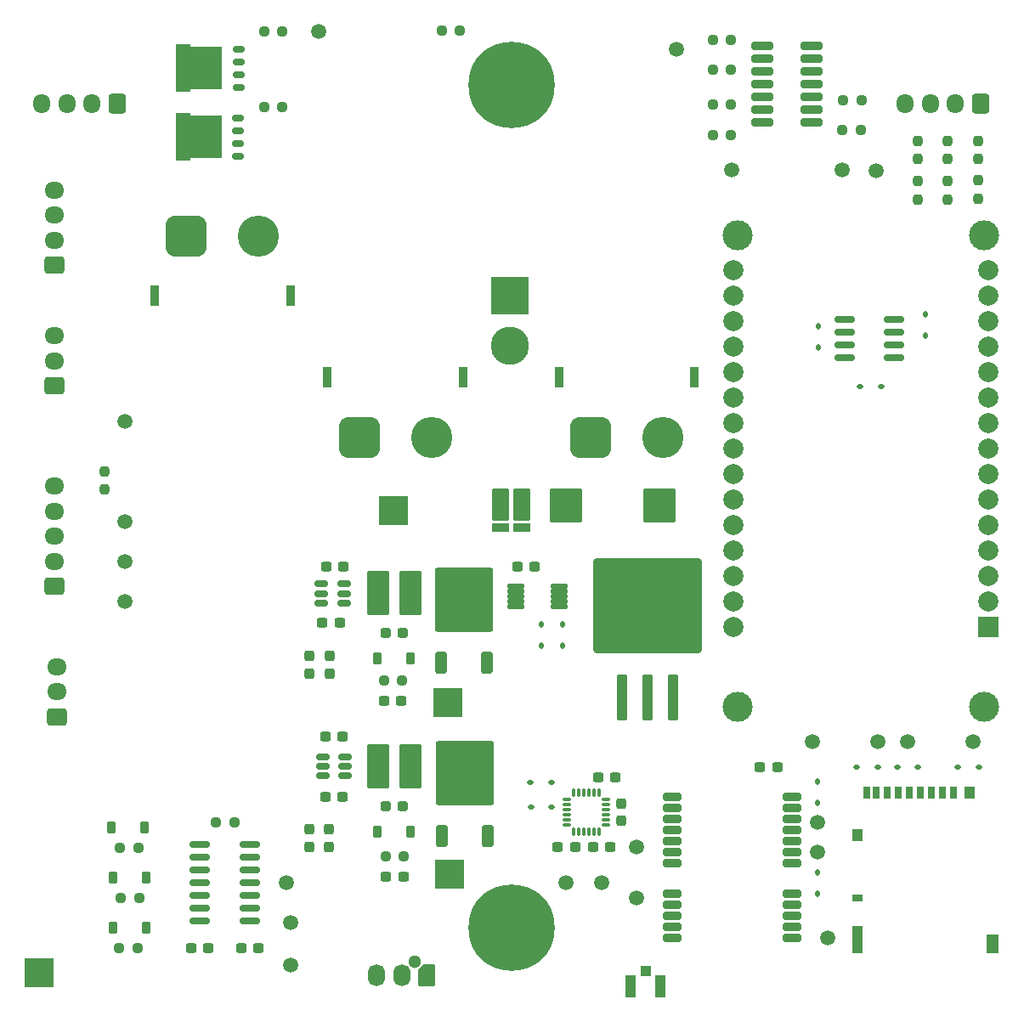
<source format=gts>
G04 #@! TF.GenerationSoftware,KiCad,Pcbnew,7.0.6*
G04 #@! TF.CreationDate,2023-12-08T17:53:02-05:00*
G04 #@! TF.ProjectId,LED_Snowboard_V4,4c45445f-536e-46f7-9762-6f6172645f56,rev?*
G04 #@! TF.SameCoordinates,Original*
G04 #@! TF.FileFunction,Soldermask,Top*
G04 #@! TF.FilePolarity,Negative*
%FSLAX46Y46*%
G04 Gerber Fmt 4.6, Leading zero omitted, Abs format (unit mm)*
G04 Created by KiCad (PCBNEW 7.0.6) date 2023-12-08 17:53:02*
%MOMM*%
%LPD*%
G01*
G04 APERTURE LIST*
G04 Aperture macros list*
%AMRoundRect*
0 Rectangle with rounded corners*
0 $1 Rounding radius*
0 $2 $3 $4 $5 $6 $7 $8 $9 X,Y pos of 4 corners*
0 Add a 4 corners polygon primitive as box body*
4,1,4,$2,$3,$4,$5,$6,$7,$8,$9,$2,$3,0*
0 Add four circle primitives for the rounded corners*
1,1,$1+$1,$2,$3*
1,1,$1+$1,$4,$5*
1,1,$1+$1,$6,$7*
1,1,$1+$1,$8,$9*
0 Add four rect primitives between the rounded corners*
20,1,$1+$1,$2,$3,$4,$5,0*
20,1,$1+$1,$4,$5,$6,$7,0*
20,1,$1+$1,$6,$7,$8,$9,0*
20,1,$1+$1,$8,$9,$2,$3,0*%
%AMFreePoly0*
4,1,9,2.100000,-2.000000,2.350000,-2.000000,2.350000,-3.500000,-2.350000,-3.500000,-2.350000,-2.000000,-2.100000,-2.000000,-2.100000,1.100000,2.100000,1.100000,2.100000,-2.000000,2.100000,-2.000000,$1*%
%AMFreePoly1*
4,1,22,0.945671,0.830970,1.026777,0.776777,1.080970,0.695671,1.100000,0.600000,1.100000,-0.600000,1.080970,-0.695671,1.026777,-0.776777,0.945671,-0.830970,0.850000,-0.850000,-0.450000,-0.850000,-0.545671,-0.830970,-0.626777,-0.776777,-1.026777,-0.376777,-1.080970,-0.295671,-1.100000,-0.200000,-1.100000,0.600000,-1.080970,0.695671,-1.026777,0.776777,-0.945671,0.830970,-0.850000,0.850000,
0.850000,0.850000,0.945671,0.830970,0.945671,0.830970,$1*%
G04 Aperture macros list end*
%ADD10RoundRect,0.237500X0.237500X-0.250000X0.237500X0.250000X-0.237500X0.250000X-0.237500X-0.250000X0*%
%ADD11RoundRect,0.237500X0.300000X0.237500X-0.300000X0.237500X-0.300000X-0.237500X0.300000X-0.237500X0*%
%ADD12R,3.800000X3.800000*%
%ADD13C,3.800000*%
%ADD14RoundRect,0.237500X0.250000X0.237500X-0.250000X0.237500X-0.250000X-0.237500X0.250000X-0.237500X0*%
%ADD15C,1.500000*%
%ADD16RoundRect,0.237500X-0.300000X-0.237500X0.300000X-0.237500X0.300000X0.237500X-0.300000X0.237500X0*%
%ADD17RoundRect,0.225000X0.225000X0.375000X-0.225000X0.375000X-0.225000X-0.375000X0.225000X-0.375000X0*%
%ADD18RoundRect,0.250000X0.725000X-0.600000X0.725000X0.600000X-0.725000X0.600000X-0.725000X-0.600000X0*%
%ADD19O,1.950000X1.700000*%
%ADD20R,1.000000X1.050000*%
%ADD21R,1.050000X2.200000*%
%ADD22RoundRect,0.102000X-0.990000X-2.100000X0.990000X-2.100000X0.990000X2.100000X-0.990000X2.100000X0*%
%ADD23RoundRect,0.162500X1.462500X1.552500X-1.462500X1.552500X-1.462500X-1.552500X1.462500X-1.552500X0*%
%ADD24R,0.900000X2.000000*%
%ADD25RoundRect,1.025000X-1.025000X-1.025000X1.025000X-1.025000X1.025000X1.025000X-1.025000X1.025000X0*%
%ADD26C,4.100000*%
%ADD27RoundRect,0.237500X-0.287500X-0.237500X0.287500X-0.237500X0.287500X0.237500X-0.287500X0.237500X0*%
%ADD28RoundRect,0.250000X0.300000X-2.050000X0.300000X2.050000X-0.300000X2.050000X-0.300000X-2.050000X0*%
%ADD29RoundRect,0.250002X5.149998X-4.449998X5.149998X4.449998X-5.149998X4.449998X-5.149998X-4.449998X0*%
%ADD30RoundRect,0.112500X-0.187500X-0.112500X0.187500X-0.112500X0.187500X0.112500X-0.187500X0.112500X0*%
%ADD31R,3.000000X3.000000*%
%ADD32RoundRect,0.250000X0.350000X-0.850000X0.350000X0.850000X-0.350000X0.850000X-0.350000X-0.850000X0*%
%ADD33RoundRect,0.249997X2.650003X-2.950003X2.650003X2.950003X-2.650003X2.950003X-2.650003X-2.950003X0*%
%ADD34RoundRect,0.237500X-0.237500X0.250000X-0.237500X-0.250000X0.237500X-0.250000X0.237500X0.250000X0*%
%ADD35RoundRect,0.237500X0.237500X-0.300000X0.237500X0.300000X-0.237500X0.300000X-0.237500X-0.300000X0*%
%ADD36RoundRect,0.237500X-0.250000X-0.237500X0.250000X-0.237500X0.250000X0.237500X-0.250000X0.237500X0*%
%ADD37RoundRect,0.175000X-0.400000X0.175000X-0.400000X-0.175000X0.400000X-0.175000X0.400000X0.175000X0*%
%ADD38FreePoly0,270.000000*%
%ADD39RoundRect,0.250000X0.600000X0.725000X-0.600000X0.725000X-0.600000X-0.725000X0.600000X-0.725000X0*%
%ADD40O,1.700000X1.950000*%
%ADD41C,8.600000*%
%ADD42RoundRect,0.150000X-0.512500X-0.150000X0.512500X-0.150000X0.512500X0.150000X-0.512500X0.150000X0*%
%ADD43RoundRect,0.112500X0.112500X-0.187500X0.112500X0.187500X-0.112500X0.187500X-0.112500X-0.187500X0*%
%ADD44RoundRect,0.112500X-0.112500X0.187500X-0.112500X-0.187500X0.112500X-0.187500X0.112500X0.187500X0*%
%ADD45RoundRect,1.025000X1.025000X1.025000X-1.025000X1.025000X-1.025000X-1.025000X1.025000X-1.025000X0*%
%ADD46RoundRect,0.075000X-0.350000X-0.075000X0.350000X-0.075000X0.350000X0.075000X-0.350000X0.075000X0*%
%ADD47RoundRect,0.075000X0.075000X-0.350000X0.075000X0.350000X-0.075000X0.350000X-0.075000X-0.350000X0*%
%ADD48RoundRect,0.192000X-0.895000X-0.210000X0.895000X-0.210000X0.895000X0.210000X-0.895000X0.210000X0*%
%ADD49C,1.300000*%
%ADD50FreePoly1,270.000000*%
%ADD51O,1.700000X2.200000*%
%ADD52RoundRect,0.102000X0.747500X0.350000X-0.747500X0.350000X-0.747500X-0.350000X0.747500X-0.350000X0*%
%ADD53RoundRect,0.102000X0.747500X1.475000X-0.747500X1.475000X-0.747500X-1.475000X0.747500X-1.475000X0*%
%ADD54RoundRect,0.113200X0.723800X0.128800X-0.723800X0.128800X-0.723800X-0.128800X0.723800X-0.128800X0*%
%ADD55RoundRect,0.150000X0.825000X0.150000X-0.825000X0.150000X-0.825000X-0.150000X0.825000X-0.150000X0*%
%ADD56RoundRect,0.112500X0.187500X0.112500X-0.187500X0.112500X-0.187500X-0.112500X0.187500X-0.112500X0*%
%ADD57C,3.000000*%
%ADD58C,2.000000*%
%ADD59R,2.000000X2.000000*%
%ADD60RoundRect,0.200000X-0.700000X-0.200000X0.700000X-0.200000X0.700000X0.200000X-0.700000X0.200000X0*%
%ADD61RoundRect,0.150000X-0.825000X-0.150000X0.825000X-0.150000X0.825000X0.150000X-0.825000X0.150000X0*%
%ADD62R,0.700000X1.200000*%
%ADD63R,1.000000X0.800000*%
%ADD64R,1.000000X1.200000*%
%ADD65R,1.000000X2.800000*%
%ADD66R,1.300000X1.900000*%
G04 APERTURE END LIST*
D10*
X193500000Y-65412500D03*
X193500000Y-63587500D03*
D11*
X160362500Y-127000000D03*
X158637500Y-127000000D03*
X139262500Y-136925000D03*
X137537500Y-136925000D03*
D12*
X149900000Y-79000000D03*
D13*
X149900000Y-84000000D03*
D14*
X171912500Y-53500000D03*
X170087500Y-53500000D03*
D15*
X128000000Y-145700000D03*
D16*
X154637500Y-134000000D03*
X156362500Y-134000000D03*
D17*
X113600000Y-137040000D03*
X110300000Y-137040000D03*
D15*
X183000000Y-66500000D03*
D18*
X104500000Y-108000000D03*
D19*
X104500000Y-105500000D03*
X104500000Y-103000000D03*
X104500000Y-100500000D03*
X104500000Y-98000000D03*
D20*
X163400000Y-146350000D03*
D21*
X164875000Y-147875000D03*
X161925000Y-147875000D03*
D22*
X136775000Y-125925000D03*
X139925000Y-125925000D03*
D23*
X164775000Y-99900000D03*
X155425000Y-99900000D03*
D24*
X154750000Y-87150000D03*
X168250000Y-87150000D03*
D25*
X157900000Y-93150000D03*
D26*
X165100000Y-93150000D03*
D27*
X137475000Y-112650000D03*
X139225000Y-112650000D03*
D24*
X131700000Y-87150000D03*
X145200000Y-87150000D03*
D25*
X134850000Y-93150000D03*
D26*
X142050000Y-93150000D03*
D14*
X171912500Y-60000000D03*
X170087500Y-60000000D03*
D11*
X133287500Y-106000000D03*
X131562500Y-106000000D03*
D28*
X161035000Y-119025000D03*
X163575000Y-119025000D03*
D29*
X163575000Y-109875000D03*
D28*
X166115000Y-119025000D03*
D30*
X151950000Y-130000000D03*
X154050000Y-130000000D03*
D14*
X127212500Y-60200000D03*
X125387500Y-60200000D03*
D31*
X103000000Y-146500000D03*
D32*
X143095000Y-132900000D03*
D33*
X145375000Y-126600000D03*
D32*
X147655000Y-132900000D03*
D34*
X196500000Y-63587500D03*
X196500000Y-65412500D03*
D16*
X118087500Y-144040000D03*
X119812500Y-144040000D03*
D35*
X161000000Y-131362500D03*
X161000000Y-129637500D03*
D17*
X113450000Y-132040000D03*
X110150000Y-132040000D03*
D15*
X128000000Y-141500000D03*
D36*
X143087500Y-52600000D03*
X144912500Y-52600000D03*
D15*
X127600000Y-137500000D03*
D11*
X132925000Y-111650000D03*
X131200000Y-111650000D03*
D15*
X155500000Y-137500000D03*
D14*
X127212500Y-52700000D03*
X125387500Y-52700000D03*
D30*
X184450000Y-126000000D03*
X186550000Y-126000000D03*
D11*
X139075000Y-119375000D03*
X137350000Y-119375000D03*
D34*
X190500000Y-63587500D03*
X190500000Y-65412500D03*
D37*
X122825000Y-58255000D03*
X122825000Y-56985000D03*
X122825000Y-55715000D03*
X122825000Y-54445000D03*
D38*
X120100000Y-56350000D03*
D39*
X110750000Y-59900000D03*
D40*
X108250000Y-59900000D03*
X105750000Y-59900000D03*
X103250000Y-59900000D03*
D22*
X136775000Y-108650000D03*
X139925000Y-108650000D03*
D15*
X181500000Y-143000000D03*
X196000000Y-123500000D03*
D11*
X159862500Y-134000000D03*
X158137500Y-134000000D03*
D17*
X140000000Y-115150000D03*
X136700000Y-115150000D03*
D36*
X111037500Y-134040000D03*
X112862500Y-134040000D03*
D37*
X122775000Y-65105000D03*
X122775000Y-63835000D03*
X122775000Y-62565000D03*
X122775000Y-61295000D03*
D38*
X120050000Y-63200000D03*
D35*
X129925000Y-116650000D03*
X129925000Y-114925000D03*
D41*
X150000000Y-142000000D03*
D36*
X170087500Y-63000000D03*
X171912500Y-63000000D03*
X120587500Y-131540000D03*
X122412500Y-131540000D03*
D30*
X188450000Y-126000000D03*
X190550000Y-126000000D03*
D35*
X131925000Y-116650000D03*
X131925000Y-114925000D03*
D18*
X104762500Y-121000000D03*
D19*
X104762500Y-118500000D03*
X104762500Y-116000000D03*
D15*
X162500000Y-134000000D03*
D42*
X131075000Y-107750000D03*
X131075000Y-108700000D03*
X131075000Y-109650000D03*
X133350000Y-109650000D03*
X133350000Y-108700000D03*
X133350000Y-107750000D03*
D16*
X174775000Y-126000000D03*
X176500000Y-126000000D03*
D15*
X172000000Y-66500000D03*
D43*
X180600000Y-84150000D03*
X180600000Y-82050000D03*
D15*
X180500000Y-134500000D03*
X186500000Y-123500000D03*
D11*
X133212500Y-122925000D03*
X131487500Y-122925000D03*
D27*
X137475000Y-129925000D03*
X139225000Y-129925000D03*
D17*
X113600000Y-142040000D03*
X110300000Y-142040000D03*
D15*
X180500000Y-131500000D03*
D18*
X104500000Y-88000000D03*
D19*
X104500000Y-85500000D03*
X104500000Y-83000000D03*
D43*
X155100000Y-113900000D03*
X155100000Y-111800000D03*
D15*
X111500000Y-101500000D03*
D36*
X137487500Y-134925000D03*
X139312500Y-134925000D03*
D44*
X180500000Y-127450000D03*
X180500000Y-129550000D03*
D43*
X153000000Y-113900000D03*
X153000000Y-111800000D03*
D15*
X111500000Y-91500000D03*
D42*
X131212500Y-124975000D03*
X131212500Y-125925000D03*
X131212500Y-126875000D03*
X133487500Y-126875000D03*
X133487500Y-125925000D03*
X133487500Y-124975000D03*
D31*
X138300000Y-100400000D03*
D11*
X124812500Y-144040000D03*
X123087500Y-144040000D03*
D10*
X190500000Y-69412500D03*
X190500000Y-67587500D03*
D24*
X128000000Y-79050000D03*
X114500000Y-79050000D03*
D45*
X117650000Y-73050000D03*
D26*
X124850000Y-73050000D03*
D36*
X111125000Y-139040000D03*
X112950000Y-139040000D03*
D46*
X155550000Y-129250000D03*
X155550000Y-129750000D03*
X155550000Y-130250000D03*
X155550000Y-130750000D03*
X155550000Y-131250000D03*
X155550000Y-131750000D03*
D47*
X156250000Y-132450000D03*
X156750000Y-132450000D03*
X157250000Y-132450000D03*
X157750000Y-132450000D03*
X158250000Y-132450000D03*
X158750000Y-132450000D03*
D46*
X159450000Y-131750000D03*
X159450000Y-131250000D03*
X159450000Y-130750000D03*
X159450000Y-130250000D03*
X159450000Y-129750000D03*
X159450000Y-129250000D03*
D47*
X158750000Y-128550000D03*
X158250000Y-128550000D03*
X157750000Y-128550000D03*
X157250000Y-128550000D03*
X156750000Y-128550000D03*
X156250000Y-128550000D03*
D31*
X143725000Y-119585000D03*
D36*
X183087500Y-59500000D03*
X184912500Y-59500000D03*
D48*
X175000000Y-54150000D03*
X175000000Y-55420000D03*
X175000000Y-56690000D03*
X175000000Y-57960000D03*
X175000000Y-59230000D03*
X175000000Y-60500000D03*
X175000000Y-61770000D03*
X179950000Y-61770000D03*
X179950000Y-60500000D03*
X179950000Y-59230000D03*
X179950000Y-57960000D03*
X179950000Y-56690000D03*
X179950000Y-55420000D03*
X179950000Y-54150000D03*
D11*
X152325000Y-106000000D03*
X150600000Y-106000000D03*
D31*
X143875000Y-136700000D03*
D49*
X140350000Y-145390000D03*
D50*
X141600000Y-146730000D03*
D51*
X139100000Y-146730000D03*
X136600000Y-146730000D03*
D17*
X140000000Y-132425000D03*
X136700000Y-132425000D03*
D36*
X110950000Y-144040000D03*
X112775000Y-144040000D03*
X170087500Y-56500000D03*
X171912500Y-56500000D03*
D43*
X180500000Y-138600000D03*
X180500000Y-136500000D03*
D15*
X189500000Y-123500000D03*
D35*
X131850000Y-133925000D03*
X131850000Y-132200000D03*
D52*
X151052500Y-102125000D03*
D53*
X151052500Y-99800000D03*
X148947500Y-99800000D03*
D52*
X148947500Y-102125000D03*
D15*
X111500000Y-105500000D03*
D44*
X191300000Y-80850000D03*
X191300000Y-82950000D03*
D35*
X129850000Y-133925000D03*
X129850000Y-132200000D03*
D30*
X151900000Y-127500000D03*
X154000000Y-127500000D03*
D41*
X150000000Y-58000000D03*
D15*
X159000000Y-137500000D03*
D34*
X109500000Y-96500000D03*
X109500000Y-98325000D03*
D54*
X154750000Y-110000000D03*
X154750000Y-109500000D03*
X154750000Y-109000000D03*
X154750000Y-108500000D03*
X154750000Y-108000000D03*
X150450000Y-108000000D03*
X150450000Y-108500000D03*
X150450000Y-109000000D03*
X150450000Y-109500000D03*
X150450000Y-110000000D03*
D36*
X137300000Y-117375000D03*
X139125000Y-117375000D03*
D11*
X133212500Y-128925000D03*
X131487500Y-128925000D03*
D18*
X104500000Y-76000000D03*
D19*
X104500000Y-73500000D03*
X104500000Y-71000000D03*
X104500000Y-68500000D03*
D10*
X193500000Y-69412500D03*
X193500000Y-67587500D03*
D39*
X196750000Y-59900000D03*
D40*
X194250000Y-59900000D03*
X191750000Y-59900000D03*
X189250000Y-59900000D03*
D30*
X184750000Y-88100000D03*
X186850000Y-88100000D03*
D32*
X143045000Y-115625000D03*
D33*
X145325000Y-109325000D03*
D32*
X147605000Y-115625000D03*
D15*
X111500000Y-109500000D03*
X180000000Y-123500000D03*
D55*
X123950000Y-141310000D03*
X123950000Y-140040000D03*
X123950000Y-138770000D03*
X123950000Y-137500000D03*
X123950000Y-136230000D03*
X123950000Y-134960000D03*
X123950000Y-133690000D03*
X119000000Y-133690000D03*
X119000000Y-134960000D03*
X119000000Y-136230000D03*
X119000000Y-137500000D03*
X119000000Y-138770000D03*
X119000000Y-140040000D03*
X119000000Y-141310000D03*
D15*
X186400000Y-66600000D03*
D56*
X196600000Y-126000000D03*
X194500000Y-126000000D03*
D57*
X197080000Y-119975000D03*
X197080000Y-73025000D03*
X172570000Y-119975000D03*
X172570000Y-73025000D03*
D58*
X172100000Y-76455000D03*
X172100000Y-78995000D03*
X172100000Y-81535000D03*
X172100000Y-84075000D03*
X172100000Y-86615000D03*
X172100000Y-89155000D03*
X172100000Y-91695000D03*
X172100000Y-94235000D03*
X172100000Y-96775000D03*
X172100000Y-99315000D03*
X172100000Y-101855000D03*
X172100000Y-104395000D03*
X172100000Y-106935000D03*
X172100000Y-109475000D03*
X172100000Y-112015000D03*
X197500000Y-76455000D03*
X197500000Y-78995000D03*
X197500000Y-81535000D03*
X197500000Y-84075000D03*
X197500000Y-86615000D03*
X197500000Y-89155000D03*
X197500000Y-91695000D03*
X197500000Y-94235000D03*
X197500000Y-96775000D03*
X197500000Y-99315000D03*
X197500000Y-101855000D03*
X197500000Y-104395000D03*
X197500000Y-106935000D03*
X197500000Y-109475000D03*
D59*
X197500000Y-112015000D03*
D10*
X196500000Y-69325000D03*
X196500000Y-67500000D03*
D15*
X130800000Y-52700000D03*
D60*
X166000000Y-129000000D03*
X166000000Y-130100000D03*
X166000000Y-131200000D03*
X166000000Y-132300000D03*
X166000000Y-133400000D03*
X166000000Y-134500000D03*
X166000000Y-135600000D03*
X166000000Y-138600000D03*
X166000000Y-139700000D03*
X166000000Y-140800000D03*
X166000000Y-141900000D03*
X166000000Y-143000000D03*
X178000000Y-143000000D03*
X178000000Y-141900000D03*
X178000000Y-140800000D03*
X178000000Y-139700000D03*
X178000000Y-138600000D03*
X178000000Y-135600000D03*
X178000000Y-134500000D03*
X178000000Y-133400000D03*
X178000000Y-132300000D03*
X178000000Y-131200000D03*
X178000000Y-130100000D03*
X178000000Y-129000000D03*
D14*
X184825000Y-62500000D03*
X183000000Y-62500000D03*
D61*
X183225000Y-81395000D03*
X183225000Y-82665000D03*
X183225000Y-83935000D03*
X183225000Y-85205000D03*
X188175000Y-85205000D03*
X188175000Y-83935000D03*
X188175000Y-82665000D03*
X188175000Y-81395000D03*
D15*
X166500000Y-54500000D03*
D62*
X194100000Y-128500000D03*
X193000000Y-128500000D03*
X191900000Y-128500000D03*
X190800000Y-128500000D03*
X189700000Y-128500000D03*
X188600000Y-128500000D03*
X187500000Y-128500000D03*
X186400000Y-128500000D03*
X185450000Y-128500000D03*
D63*
X184500000Y-139000000D03*
D64*
X184500000Y-132800000D03*
D65*
X184500000Y-143150000D03*
D64*
X195650000Y-128500000D03*
D66*
X198000000Y-143600000D03*
D15*
X162500000Y-139000000D03*
M02*

</source>
